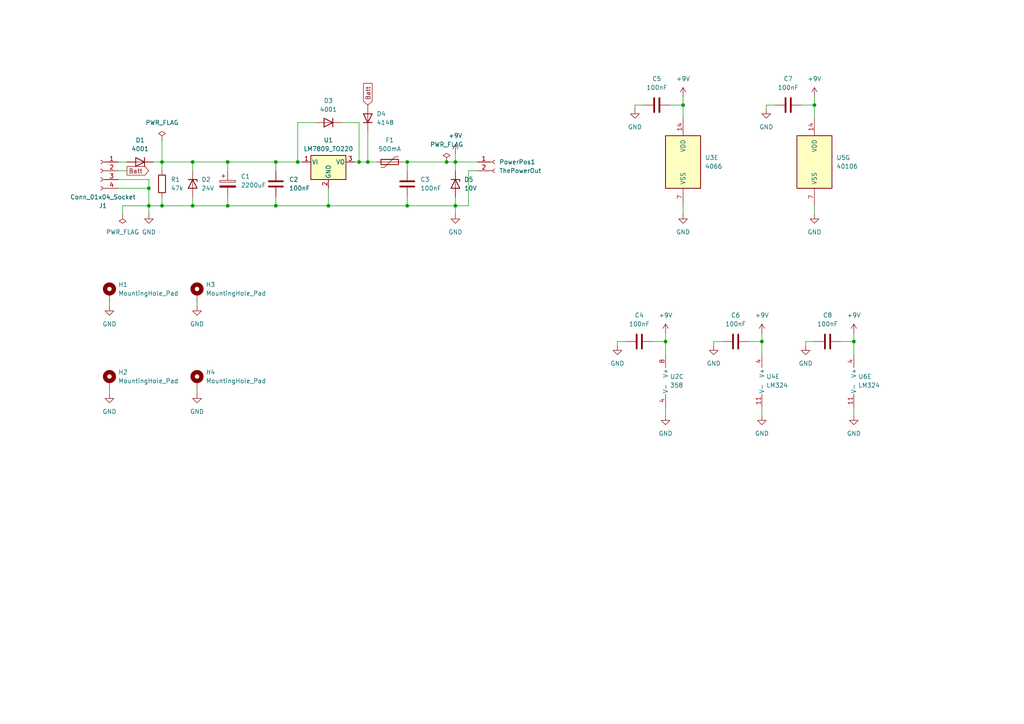
<source format=kicad_sch>
(kicad_sch (version 20250114) (generator "eeschema") (generator_version "9.0")
  (paper "A4")
  (lib_symbols
    (symbol "4xxx:40106" (pin_names (offset 1.016))
      (property "Reference" "U" (at 0 1.27 0))
      (property "Value" "40106" (at 0 -1.27 0))
      (symbol "40106_1_0"
        (polyline (pts (xy -3.81 3.81) (xy -3.81 -3.81) (xy 3.81 0) (xy -3.81 3.81)) (stroke (width 0.254)) (fill (type background)))
        (polyline (pts (xy -1.27 -1.27) (xy 0.635 -1.27) (xy 0.635 1.27) (xy 1.27 1.27)))
        (polyline (pts (xy -0.635 -1.27) (xy -0.635 1.27) (xy 0.635 1.27)))
        (pin input line (at -7.62 0 0) (length 3.81) (name "~") (number "1"))
        (pin output inverted (at 7.62 0 180) (length 3.81) (name "~") (number "2"))
      )
      (symbol "40106_2_0"
        (polyline (pts (xy -3.81 3.81) (xy -3.81 -3.81) (xy 3.81 0) (xy -3.81 3.81)) (stroke (width 0.254)) (fill (type background)))
        (polyline (pts (xy -1.27 -1.27) (xy 0.635 -1.27) (xy 0.635 1.27) (xy 1.27 1.27)))
        (polyline (pts (xy -0.635 -1.27) (xy -0.635 1.27) (xy 0.635 1.27)))
        (pin input line (at -7.62 0 0) (length 3.81) (name "~") (number "3"))
        (pin output inverted (at 7.62 0 180) (length 3.81) (name "~") (number "4"))
      )
      (symbol "40106_3_0"
        (polyline (pts (xy -3.81 3.81) (xy -3.81 -3.81) (xy 3.81 0) (xy -3.81 3.81)) (stroke (width 0.254)) (fill (type background)))
        (polyline (pts (xy -1.27 -1.27) (xy 0.635 -1.27) (xy 0.635 1.27) (xy 1.27 1.27)))
        (polyline (pts (xy -0.635 -1.27) (xy -0.635 1.27) (xy 0.635 1.27)))
        (pin input line (at -7.62 0 0) (length 3.81) (name "~") (number "5"))
        (pin output inverted (at 7.62 0 180) (length 3.81) (name "~") (number "6"))
      )
      (symbol "40106_4_0"
        (polyline (pts (xy -3.81 3.81) (xy -3.81 -3.81) (xy 3.81 0) (xy -3.81 3.81)) (stroke (width 0.254)) (fill (type background)))
        (polyline (pts (xy -1.27 -1.27) (xy 0.635 -1.27) (xy 0.635 1.27) (xy 1.27 1.27)))
        (polyline (pts (xy -0.635 -1.27) (xy -0.635 1.27) (xy 0.635 1.27)))
        (pin input line (at -7.62 0 0) (length 3.81) (name "~") (number "9"))
        (pin output inverted (at 7.62 0 180) (length 3.81) (name "~") (number "8"))
      )
      (symbol "40106_5_0"
        (polyline (pts (xy -3.81 3.81) (xy -3.81 -3.81) (xy 3.81 0) (xy -3.81 3.81)) (stroke (width 0.254)) (fill (type background)))
        (polyline (pts (xy -1.27 -1.27) (xy 0.635 -1.27) (xy 0.635 1.27) (xy 1.27 1.27)))
        (polyline (pts (xy -0.635 -1.27) (xy -0.635 1.27) (xy 0.635 1.27)))
        (pin input line (at -7.62 0 0) (length 3.81) (name "~") (number "11"))
        (pin output inverted (at 7.62 0 180) (length 3.81) (name "~") (number "10"))
      )
      (symbol "40106_6_0"
        (polyline (pts (xy -3.81 3.81) (xy -3.81 -3.81) (xy 3.81 0) (xy -3.81 3.81)) (stroke (width 0.254)) (fill (type background)))
        (polyline (pts (xy -1.27 -1.27) (xy 0.635 -1.27) (xy 0.635 1.27) (xy 1.27 1.27)))
        (polyline (pts (xy -0.635 -1.27) (xy -0.635 1.27) (xy 0.635 1.27)))
        (pin input line (at -7.62 0 0) (length 3.81) (name "~") (number "13"))
        (pin output inverted (at 7.62 0 180) (length 3.81) (name "~") (number "12"))
      )
      (symbol "40106_7_0"
        (pin power_in line (at 0 12.7 270) (length 5.08) (name "VDD") (number "14"))
        (pin power_in line (at 0 -12.7 90) (length 5.08) (name "VSS") (number "7"))
      )
      (symbol "40106_7_1"
        (rectangle (start -5.08 7.62) (end 5.08 -7.62) (stroke (width 0.254)) (fill (type background)))
      )
    )
    (symbol "4xxx:4066" (pin_names (offset 1.016))
      (property "Reference" "U" (at -7.62 8.89 0))
      (property "Value" "4066" (at -7.62 -8.89 0))
      (symbol "4066_1_0"
        (polyline (pts (xy -2.54 2.54) (xy 2.54 0) (xy -2.54 -2.54) (xy -2.54 2.54)) (fill (type background)))
        (polyline (pts (xy -2.54 0) (xy 2.54 2.54) (xy 2.54 -2.54) (xy -2.54 0)) (fill (type background)))
        (polyline (pts (xy 0 1.27) (xy 0 2.54)) (stroke (width 0.1524)))
        (pin passive line (at -7.62 0 0) (length 5.08) (name "~") (number "1"))
        (pin input line (at 0 7.62 270) (length 5.08) (name "~") (number "13"))
        (pin passive line (at 7.62 0 180) (length 5.08) (name "~") (number "2"))
      )
      (symbol "4066_2_0"
        (polyline (pts (xy -2.54 2.54) (xy 2.54 0) (xy -2.54 -2.54) (xy -2.54 2.54)) (fill (type background)))
        (polyline (pts (xy -2.54 0) (xy 2.54 2.54) (xy 2.54 -2.54) (xy -2.54 0)) (fill (type background)))
        (polyline (pts (xy 0 1.27) (xy 0 2.54)) (stroke (width 0.1524)))
        (pin passive line (at -7.62 0 0) (length 5.08) (name "~") (number "4"))
        (pin input line (at 0 7.62 270) (length 5.08) (name "~") (number "5"))
        (pin passive line (at 7.62 0 180) (length 5.08) (name "~") (number "3"))
      )
      (symbol "4066_3_0"
        (polyline (pts (xy -2.54 2.54) (xy 2.54 0) (xy -2.54 -2.54) (xy -2.54 2.54)) (fill (type background)))
        (polyline (pts (xy -2.54 0) (xy 2.54 2.54) (xy 2.54 -2.54) (xy -2.54 0)) (fill (type background)))
        (polyline (pts (xy 0 1.27) (xy 0 2.54)) (stroke (width 0.1524)))
        (pin passive line (at -7.62 0 0) (length 5.08) (name "~") (number "8"))
        (pin input line (at 0 7.62 270) (length 5.08) (name "~") (number "6"))
        (pin passive line (at 7.62 0 180) (length 5.08) (name "~") (number "9"))
      )
      (symbol "4066_4_0"
        (polyline (pts (xy -2.54 2.54) (xy 2.54 0) (xy -2.54 -2.54) (xy -2.54 2.54)) (fill (type background)))
        (polyline (pts (xy -2.54 0) (xy 2.54 2.54) (xy 2.54 -2.54) (xy -2.54 0)) (fill (type background)))
        (polyline (pts (xy 0 1.27) (xy 0 2.54)) (stroke (width 0.1524)))
        (pin passive line (at -7.62 0 0) (length 5.08) (name "~") (number "11"))
        (pin input line (at 0 7.62 270) (length 5.08) (name "~") (number "12"))
        (pin passive line (at 7.62 0 180) (length 5.08) (name "~") (number "10"))
      )
      (symbol "4066_5_0"
        (pin power_in line (at 0 12.7 270) (length 5.08) (name "VDD") (number "14"))
        (pin power_in line (at 0 -12.7 90) (length 5.08) (name "VSS") (number "7"))
      )
      (symbol "4066_5_1"
        (rectangle (start -5.08 7.62) (end 5.08 -7.62) (stroke (width 0.254)) (fill (type background)))
      )
    )
    (symbol "Amplifier_Operational:LM324" (pin_names (offset 0.127))
      (property "Reference" "U" (at 0 5.08 0))
      (property "Value" "LM324" (at 0 -5.08 0))
      (symbol "LM324_1_1"
        (polyline (pts (xy -5.08 5.08) (xy 5.08 0) (xy -5.08 -5.08) (xy -5.08 5.08)) (stroke (width 0.254)) (fill (type background)))
        (pin input line (at -7.62 2.54 0) (length 2.54) (name "+") (number "3"))
        (pin input line (at -7.62 -2.54 0) (length 2.54) (name "-") (number "2"))
        (pin output line (at 7.62 0 180) (length 2.54) (name "~") (number "1"))
      )
      (symbol "LM324_2_1"
        (polyline (pts (xy -5.08 5.08) (xy 5.08 0) (xy -5.08 -5.08) (xy -5.08 5.08)) (stroke (width 0.254)) (fill (type background)))
        (pin input line (at -7.62 2.54 0) (length 2.54) (name "+") (number "5"))
        (pin input line (at -7.62 -2.54 0) (length 2.54) (name "-") (number "6"))
        (pin output line (at 7.62 0 180) (length 2.54) (name "~") (number "7"))
      )
      (symbol "LM324_3_1"
        (polyline (pts (xy -5.08 5.08) (xy 5.08 0) (xy -5.08 -5.08) (xy -5.08 5.08)) (stroke (width 0.254)) (fill (type background)))
        (pin input line (at -7.62 2.54 0) (length 2.54) (name "+") (number "10"))
        (pin input line (at -7.62 -2.54 0) (length 2.54) (name "-") (number "9"))
        (pin output line (at 7.62 0 180) (length 2.54) (name "~") (number "8"))
      )
      (symbol "LM324_4_1"
        (polyline (pts (xy -5.08 5.08) (xy 5.08 0) (xy -5.08 -5.08) (xy -5.08 5.08)) (stroke (width 0.254)) (fill (type background)))
        (pin input line (at -7.62 2.54 0) (length 2.54) (name "+") (number "12"))
        (pin input line (at -7.62 -2.54 0) (length 2.54) (name "-") (number "13"))
        (pin output line (at 7.62 0 180) (length 2.54) (name "~") (number "14"))
      )
      (symbol "LM324_5_1"
        (pin power_in line (at -2.54 7.62 270) (length 3.81) (name "V+") (number "4"))
        (pin power_in line (at -2.54 -7.62 90) (length 3.81) (name "V-") (number "11"))
      )
    )
    (symbol "Amplifier_Operational:LM358" (pin_names (offset 0.127))
      (property "Reference" "U" (at 0 5.08 0))
      (property "Value" "LM358" (at 0 -5.08 0))
      (symbol "LM358_1_1"
        (polyline (pts (xy -5.08 5.08) (xy 5.08 0) (xy -5.08 -5.08) (xy -5.08 5.08)) (stroke (width 0.254)) (fill (type background)))
        (pin input line (at -7.62 2.54 0) (length 2.54) (name "+") (number "3"))
        (pin input line (at -7.62 -2.54 0) (length 2.54) (name "-") (number "2"))
        (pin output line (at 7.62 0 180) (length 2.54) (name "~") (number "1"))
      )
      (symbol "LM358_2_1"
        (polyline (pts (xy -5.08 5.08) (xy 5.08 0) (xy -5.08 -5.08) (xy -5.08 5.08)) (stroke (width 0.254)) (fill (type background)))
        (pin input line (at -7.62 2.54 0) (length 2.54) (name "+") (number "5"))
        (pin input line (at -7.62 -2.54 0) (length 2.54) (name "-") (number "6"))
        (pin output line (at 7.62 0 180) (length 2.54) (name "~") (number "7"))
      )
      (symbol "LM358_3_1"
        (pin power_in line (at -2.54 7.62 270) (length 3.81) (name "V+") (number "8"))
        (pin power_in line (at -2.54 -7.62 90) (length 3.81) (name "V-") (number "4"))
      )
    )
    (symbol "Connector:Conn_01x02_Socket" (pin_names (offset 1.016) (hide yes))
      (property "Reference" "J" (at 0 2.54 0))
      (property "Value" "Conn_01x02_Socket" (at 0 -5.08 0))
      (symbol "Conn_01x02_Socket_1_1"
        (polyline (pts (xy -1.27 0) (xy -0.508 0)) (stroke (width 0.1524)))
        (polyline (pts (xy -1.27 -2.54) (xy -0.508 -2.54)) (stroke (width 0.1524)))
        (arc (start 0 -0.508) (mid -0.5058 0) (end 0 0.508) (stroke (width 0.1524)))
        (arc (start 0 -3.048) (mid -0.5058 -2.54) (end 0 -2.032) (stroke (width 0.1524)))
        (pin passive line (at -5.08 0 0) (length 3.81) (name "Pin_1") (number "1"))
        (pin passive line (at -5.08 -2.54 0) (length 3.81) (name "Pin_2") (number "2"))
      )
    )
    (symbol "Connector:Conn_01x04_Socket" (pin_names (offset 1.016) (hide yes))
      (property "Reference" "J" (at 0 5.08 0))
      (property "Value" "Conn_01x04_Socket" (at 0 -7.62 0))
      (symbol "Conn_01x04_Socket_1_1"
        (polyline (pts (xy -1.27 2.54) (xy -0.508 2.54)) (stroke (width 0.1524)))
        (polyline (pts (xy -1.27 0) (xy -0.508 0)) (stroke (width 0.1524)))
        (polyline (pts (xy -1.27 -2.54) (xy -0.508 -2.54)) (stroke (width 0.1524)))
        (polyline (pts (xy -1.27 -5.08) (xy -0.508 -5.08)) (stroke (width 0.1524)))
        (arc (start 0 2.032) (mid -0.5058 2.54) (end 0 3.048) (stroke (width 0.1524)))
        (arc (start 0 -0.508) (mid -0.5058 0) (end 0 0.508) (stroke (width 0.1524)))
        (arc (start 0 -3.048) (mid -0.5058 -2.54) (end 0 -2.032) (stroke (width 0.1524)))
        (arc (start 0 -5.588) (mid -0.5058 -5.08) (end 0 -4.572) (stroke (width 0.1524)))
        (pin passive line (at -5.08 2.54 0) (length 3.81) (name "Pin_1") (number "1"))
        (pin passive line (at -5.08 0 0) (length 3.81) (name "Pin_2") (number "2"))
        (pin passive line (at -5.08 -2.54 0) (length 3.81) (name "Pin_3") (number "3"))
        (pin passive line (at -5.08 -5.08 0) (length 3.81) (name "Pin_4") (number "4"))
      )
    )
    (symbol "Device:C" (pin_numbers (hide yes)) (pin_names (offset 0.254))
      (property "Reference" "C" (at 0.635 2.54 0))
      (property "Value" "C" (at 0.635 -2.54 0))
      (symbol "C_0_1"
        (polyline (pts (xy -2.032 0.762) (xy 2.032 0.762)) (stroke (width 0.508)))
        (polyline (pts (xy -2.032 -0.762) (xy 2.032 -0.762)) (stroke (width 0.508)))
      )
      (symbol "C_1_1"
        (pin passive line (at 0 3.81 270) (length 2.794) (name "~") (number "1"))
        (pin passive line (at 0 -3.81 90) (length 2.794) (name "~") (number "2"))
      )
    )
    (symbol "Device:C_Polarized" (pin_numbers (hide yes)) (pin_names (offset 0.254))
      (property "Reference" "C" (at 0.635 2.54 0))
      (property "Value" "C_Polarized" (at 0.635 -2.54 0))
      (symbol "C_Polarized_0_1"
        (rectangle (start -2.286 0.508) (end 2.286 1.016))
        (polyline (pts (xy -1.778 2.286) (xy -0.762 2.286)))
        (polyline (pts (xy -1.27 2.794) (xy -1.27 1.778)))
        (rectangle (start 2.286 -0.508) (end -2.286 -1.016) (fill (type outline)))
      )
      (symbol "C_Polarized_1_1"
        (pin passive line (at 0 3.81 270) (length 2.794) (name "~") (number "1"))
        (pin passive line (at 0 -3.81 90) (length 2.794) (name "~") (number "2"))
      )
    )
    (symbol "Device:D_Zener" (pin_numbers (hide yes)) (pin_names (offset 1.016) (hide yes))
      (property "Reference" "D" (at 0 2.54 0))
      (property "Value" "D_Zener" (at 0 -2.54 0))
      (symbol "D_Zener_0_1"
        (polyline (pts (xy -1.27 -1.27) (xy -1.27 1.27) (xy -0.762 1.27)) (stroke (width 0.254)))
        (polyline (pts (xy 1.27 0) (xy -1.27 0)))
        (polyline (pts (xy 1.27 -1.27) (xy 1.27 1.27) (xy -1.27 0) (xy 1.27 -1.27)) (stroke (width 0.254)))
      )
      (symbol "D_Zener_1_1"
        (pin passive line (at -3.81 0 0) (length 2.54) (name "K") (number "1"))
        (pin passive line (at 3.81 0 180) (length 2.54) (name "A") (number "2"))
      )
    )
    (symbol "Device:Polyfuse" (pin_numbers (hide yes)) (pin_names (offset 0))
      (property "Reference" "F" (at -2.54 0 90))
      (property "Value" "Polyfuse" (at 2.54 0 90))
      (symbol "Polyfuse_0_1"
        (polyline (pts (xy -1.524 2.54) (xy -1.524 1.524) (xy 1.524 -1.524) (xy 1.524 -2.54)))
        (rectangle (start -0.762 2.54) (end 0.762 -2.54) (stroke (width 0.254)))
        (polyline (pts (xy 0 2.54) (xy 0 -2.54)))
      )
      (symbol "Polyfuse_1_1"
        (pin passive line (at 0 3.81 270) (length 1.27) (name "~") (number "1"))
        (pin passive line (at 0 -3.81 90) (length 1.27) (name "~") (number "2"))
      )
    )
    (symbol "Device:R" (pin_numbers (hide yes)) (pin_names (offset 0))
      (property "Reference" "R" (at 2.032 0 90))
      (property "Value" "R" (at 0 0 90))
      (symbol "R_0_1"
        (rectangle (start -1.016 -2.54) (end 1.016 2.54) (stroke (width 0.254)))
      )
      (symbol "R_1_1"
        (pin passive line (at 0 3.81 270) (length 1.27) (name "~") (number "1"))
        (pin passive line (at 0 -3.81 90) (length 1.27) (name "~") (number "2"))
      )
    )
    (symbol "Diode:1N4001" (pin_numbers (hide yes)) (pin_names (hide yes))
      (property "Reference" "D" (at 0 2.54 0))
      (property "Value" "1N4001" (at 0 -2.54 0))
      (symbol "1N4001_0_1"
        (polyline (pts (xy -1.27 1.27) (xy -1.27 -1.27)) (stroke (width 0.254)))
        (polyline (pts (xy 1.27 1.27) (xy 1.27 -1.27) (xy -1.27 0) (xy 1.27 1.27)) (stroke (width 0.254)))
        (polyline (pts (xy 1.27 0) (xy -1.27 0)))
      )
      (symbol "1N4001_1_1"
        (pin passive line (at -3.81 0 0) (length 2.54) (name "K") (number "1"))
        (pin passive line (at 3.81 0 180) (length 2.54) (name "A") (number "2"))
      )
    )
    (symbol "Diode:1N4148" (pin_numbers (hide yes)) (pin_names (hide yes))
      (property "Reference" "D" (at 0 2.54 0))
      (property "Value" "1N4148" (at 0 -2.54 0))
      (symbol "1N4148_0_1"
        (polyline (pts (xy -1.27 1.27) (xy -1.27 -1.27)) (stroke (width 0.254)))
        (polyline (pts (xy 1.27 1.27) (xy 1.27 -1.27) (xy -1.27 0) (xy 1.27 1.27)) (stroke (width 0.254)))
        (polyline (pts (xy 1.27 0) (xy -1.27 0)))
      )
      (symbol "1N4148_1_1"
        (pin passive line (at -3.81 0 0) (length 2.54) (name "K") (number "1"))
        (pin passive line (at 3.81 0 180) (length 2.54) (name "A") (number "2"))
      )
    )
    (symbol "Mechanical:MountingHole_Pad" (pin_numbers (hide yes)) (pin_names (offset 1.016) (hide yes)) (in_bom no)
      (property "Reference" "H" (at 0 6.35 0))
      (property "Value" "MountingHole_Pad" (at 0 4.445 0))
      (symbol "MountingHole_Pad_0_1"
        (circle (center 0 1.27) (radius 1.27) (stroke (width 1.27)))
      )
      (symbol "MountingHole_Pad_1_1"
        (pin input line (at 0 -2.54 90) (length 2.54) (name "1") (number "1"))
      )
    )
    (symbol "Regulator_Linear:LM7809_TO220" (pin_names (offset 0.254))
      (property "Reference" "U" (at -3.81 3.175 0))
      (property "Value" "LM7809_TO220" (at 0 3.175 0))
      (symbol "LM7809_TO220_0_1"
        (rectangle (start -5.08 1.905) (end 5.08 -5.08) (stroke (width 0.254)) (fill (type background)))
      )
      (symbol "LM7809_TO220_1_1"
        (pin power_in line (at -7.62 0 0) (length 2.54) (name "VI") (number "1"))
        (pin power_in line (at 0 -7.62 90) (length 2.54) (name "GND") (number "2"))
        (pin power_out line (at 7.62 0 180) (length 2.54) (name "VO") (number "3"))
      )
    )
    (symbol "power:+9V" (power) (pin_numbers (hide yes)) (pin_names (offset 0) (hide yes))
      (property "Value" "+9V" (at 0 3.556 0))
      (symbol "+9V_0_1"
        (polyline (pts (xy -0.762 1.27) (xy 0 2.54)))
        (polyline (pts (xy 0 2.54) (xy 0.762 1.27)))
        (polyline (pts (xy 0 0) (xy 0 2.54)))
      )
      (symbol "+9V_1_1"
        (pin power_in line (at 0 0 90) (length 0) (name "~") (number "1"))
      )
    )
    (symbol "power:GND" (power) (pin_numbers (hide yes)) (pin_names (offset 0) (hide yes))
      (property "Value" "GND" (at 0 -3.81 0))
      (symbol "GND_0_1"
        (polyline (pts (xy 0 0) (xy 0 -1.27) (xy 1.27 -1.27) (xy 0 -2.54) (xy -1.27 -1.27) (xy 0 -1.27)))
      )
      (symbol "GND_1_1"
        (pin power_in line (at 0 0 270) (length 0) (name "~") (number "1"))
      )
    )
    (symbol "power:PWR_FLAG" (power) (pin_numbers (hide yes)) (pin_names (offset 0) (hide yes))
      (property "Value" "PWR_FLAG" (at 0 3.81 0))
      (symbol "PWR_FLAG_0_0"
        (pin power_out line (at 0 0 90) (length 0) (name "~") (number "1"))
      )
      (symbol "PWR_FLAG_0_1"
        (polyline (pts (xy 0 0) (xy 0 1.27) (xy -1.016 1.905) (xy 0 2.54) (xy 1.016 1.905) (xy 0 1.27)))
      )
    )
  )
  (junction (at 129.54 46.99))
  (junction (at 95.25 59.69))
  (junction (at 66.04 59.69))
  (junction (at 80.01 46.99))
  (junction (at 198.12 30.48))
  (junction (at 220.98 99.06))
  (junction (at 46.99 59.69))
  (junction (at 132.08 59.69))
  (junction (at 118.11 46.99))
  (junction (at 55.88 46.99))
  (junction (at 46.99 46.99))
  (junction (at 132.08 46.99))
  (junction (at 193.04 99.06))
  (junction (at 247.65 99.06))
  (junction (at 106.68 46.99))
  (junction (at 80.01 59.69))
  (junction (at 66.04 46.99))
  (junction (at 43.18 59.69))
  (junction (at 55.88 59.69))
  (junction (at 43.18 54.61))
  (junction (at 236.22 30.48))
  (junction (at 118.11 59.69))
  (junction (at 104.14 46.99))
  (junction (at 86.36 46.99))
  (wire (pts (xy 224.79 30.48) (xy 222.25 30.48)))
  (wire (pts (xy 31.75 113.03) (xy 31.75 114.3)))
  (wire (pts (xy 236.22 59.69) (xy 236.22 62.23)))
  (wire (pts (xy 43.18 52.07) (xy 43.18 54.61)))
  (wire (pts (xy 46.99 57.15) (xy 46.99 59.69)))
  (wire (pts (xy 55.88 46.99) (xy 66.04 46.99)))
  (wire (pts (xy 243.84 99.06) (xy 247.65 99.06)))
  (wire (pts (xy 43.18 54.61) (xy 43.18 59.69)))
  (wire (pts (xy 236.22 30.48) (xy 236.22 34.29)))
  (wire (pts (xy 179.07 99.06) (xy 179.07 100.33)))
  (wire (pts (xy 193.04 99.06) (xy 193.04 102.87)))
  (wire (pts (xy 209.55 99.06) (xy 207.01 99.06)))
  (wire (pts (xy 80.01 59.69) (xy 95.25 59.69)))
  (wire (pts (xy 46.99 59.69) (xy 55.88 59.69)))
  (wire (pts (xy 116.84 46.99) (xy 118.11 46.99)))
  (wire (pts (xy 104.14 35.56) (xy 104.14 46.99)))
  (wire (pts (xy 207.01 99.06) (xy 207.01 100.33)))
  (wire (pts (xy 247.65 96.52) (xy 247.65 99.06)))
  (wire (pts (xy 220.98 99.06) (xy 220.98 102.87)))
  (wire (pts (xy 57.15 87.63) (xy 57.15 88.9)))
  (wire (pts (xy 198.12 59.69) (xy 198.12 62.23)))
  (wire (pts (xy 43.18 59.69) (xy 46.99 59.69)))
  (wire (pts (xy 46.99 46.99) (xy 46.99 49.53)))
  (wire (pts (xy 194.31 30.48) (xy 198.12 30.48)))
  (wire (pts (xy 118.11 46.99) (xy 118.11 49.53)))
  (wire (pts (xy 34.29 46.99) (xy 36.83 46.99)))
  (wire (pts (xy 34.29 54.61) (xy 43.18 54.61)))
  (wire (pts (xy 189.23 99.06) (xy 193.04 99.06)))
  (wire (pts (xy 184.15 30.48) (xy 184.15 31.75)))
  (wire (pts (xy 46.99 46.99) (xy 46.99 40.64)))
  (wire (pts (xy 222.25 30.48) (xy 222.25 31.75)))
  (wire (pts (xy 132.08 46.99) (xy 138.43 46.99)))
  (wire (pts (xy 220.98 118.11) (xy 220.98 120.65)))
  (wire (pts (xy 34.29 52.07) (xy 43.18 52.07)))
  (wire (pts (xy 186.69 30.48) (xy 184.15 30.48)))
  (wire (pts (xy 80.01 46.99) (xy 66.04 46.99)))
  (wire (pts (xy 138.43 49.53) (xy 135.89 49.53)))
  (wire (pts (xy 193.04 118.11) (xy 193.04 120.65)))
  (wire (pts (xy 31.75 87.63) (xy 31.75 88.9)))
  (wire (pts (xy 132.08 44.45) (xy 132.08 46.99)))
  (wire (pts (xy 80.01 57.15) (xy 80.01 59.69)))
  (wire (pts (xy 232.41 30.48) (xy 236.22 30.48)))
  (wire (pts (xy 35.56 59.69) (xy 35.56 62.23)))
  (wire (pts (xy 44.45 46.99) (xy 46.99 46.99)))
  (wire (pts (xy 118.11 59.69) (xy 132.08 59.69)))
  (wire (pts (xy 135.89 49.53) (xy 135.89 59.69)))
  (wire (pts (xy 34.29 49.53) (xy 36.83 49.53)))
  (wire (pts (xy 118.11 46.99) (xy 129.54 46.99)))
  (wire (pts (xy 193.04 96.52) (xy 193.04 99.06)))
  (wire (pts (xy 236.22 27.94) (xy 236.22 30.48)))
  (wire (pts (xy 198.12 30.48) (xy 198.12 34.29)))
  (wire (pts (xy 86.36 46.99) (xy 80.01 46.99)))
  (wire (pts (xy 129.54 46.99) (xy 132.08 46.99)))
  (wire (pts (xy 181.61 99.06) (xy 179.07 99.06)))
  (wire (pts (xy 102.87 46.99) (xy 104.14 46.99)))
  (wire (pts (xy 87.63 46.99) (xy 86.36 46.99)))
  (wire (pts (xy 106.68 38.1) (xy 106.68 46.99)))
  (wire (pts (xy 66.04 57.15) (xy 66.04 59.69)))
  (wire (pts (xy 118.11 57.15) (xy 118.11 59.69)))
  (wire (pts (xy 86.36 35.56) (xy 91.44 35.56)))
  (wire (pts (xy 198.12 27.94) (xy 198.12 30.48)))
  (wire (pts (xy 55.88 57.15) (xy 55.88 59.69)))
  (wire (pts (xy 43.18 59.69) (xy 35.56 59.69)))
  (wire (pts (xy 104.14 46.99) (xy 106.68 46.99)))
  (wire (pts (xy 95.25 54.61) (xy 95.25 59.69)))
  (wire (pts (xy 57.15 113.03) (xy 57.15 114.3)))
  (wire (pts (xy 66.04 59.69) (xy 80.01 59.69)))
  (wire (pts (xy 46.99 46.99) (xy 55.88 46.99)))
  (wire (pts (xy 236.22 99.06) (xy 233.68 99.06)))
  (wire (pts (xy 132.08 59.69) (xy 132.08 62.23)))
  (wire (pts (xy 132.08 57.15) (xy 132.08 59.69)))
  (wire (pts (xy 86.36 46.99) (xy 86.36 35.56)))
  (wire (pts (xy 106.68 46.99) (xy 109.22 46.99)))
  (wire (pts (xy 80.01 46.99) (xy 80.01 49.53)))
  (wire (pts (xy 43.18 59.69) (xy 43.18 62.23)))
  (wire (pts (xy 135.89 59.69) (xy 132.08 59.69)))
  (wire (pts (xy 132.08 46.99) (xy 132.08 49.53)))
  (wire (pts (xy 99.06 35.56) (xy 104.14 35.56)))
  (wire (pts (xy 247.65 99.06) (xy 247.65 102.87)))
  (wire (pts (xy 233.68 99.06) (xy 233.68 100.33)))
  (wire (pts (xy 95.25 59.69) (xy 118.11 59.69)))
  (wire (pts (xy 220.98 96.52) (xy 220.98 99.06)))
  (wire (pts (xy 217.17 99.06) (xy 220.98 99.06)))
  (wire (pts (xy 55.88 59.69) (xy 66.04 59.69)))
  (wire (pts (xy 55.88 46.99) (xy 55.88 49.53)))
  (wire (pts (xy 66.04 46.99) (xy 66.04 49.53)))
  (wire (pts (xy 247.65 118.11) (xy 247.65 120.65)))
  (global_label "Batt" (shape input) (at 106.68 30.48 90) (property "Intersheetrefs" "${INTERSHEET_REFS}" (effects (hide yes))))
  (global_label "Batt" (shape output) (at 36.83 49.53 0) (property "Intersheetrefs" "${INTERSHEET_REFS}" (effects (hide yes))))
  (symbol (lib_id "Device:Polyfuse") (at 113.03 46.99 90) (unit 1)
    (property "Reference" "F1" (at 113.03 40.64 90))
    (property "Value" "500mA" (at 113.03 43.18 90))
    (property "Footprint" "Fuse:Fuse_Bourns_MF-RG500" (effects (hide yes)))
    (property "Description" "Resettable fuse, polymeric positive temperature coefficient" (effects (hide yes)))
  )
  (symbol (lib_id "power:PWR_FLAG") (at 129.54 46.99 0) (unit 1)
    (property "Reference" "#FLG03" (effects (hide yes)))
    (property "Value" "PWR_FLAG" (at 129.54 41.91 0))
    (property "Description" "Special symbol for telling ERC where power comes from" (effects (hide yes)))
  )
  (symbol (lib_id "Device:D_Zener") (at 132.08 53.34 270) (unit 1)
    (property "Reference" "D5" (at 134.62 52.0699 90) (effects (justify left)))
    (property "Value" "10V" (at 134.62 54.6099 90) (effects (justify left)))
    (property "Footprint" "diy-nabra:doz3" (effects (hide yes)))
    (property "Description" "Zener diode" (effects (hide yes)))
  )
  (symbol (lib_id "Diode:1N4001") (at 95.25 35.56 180) (unit 1)
    (property "Reference" "D3" (at 95.25 29.21 0))
    (property "Value" "4001" (at 95.25 31.75 0))
    (property "Footprint" "diy-nabra:do3" (effects (hide yes)))
    (property "Sim.Device" "D" (effects (hide yes)))
    (property "Sim.Pins" "1=K 2=A" (effects (hide yes)))
  )
  (symbol (lib_id "Connector:Conn_01x04_Socket") (at 29.21 49.53 0) (mirror y) (unit 1)
    (property "Reference" "J1" (at 29.845 59.69 0))
    (property "Value" "Conn_01x04_Socket" (at 29.845 57.15 0))
    (property "Footprint" "diy-nabra:powern" (effects (hide yes)))
    (property "Description" "Generic connector, single row, 01x04, script generated" (effects (hide yes)))
  )
  (symbol (lib_id "power:+9V") (at 193.04 96.52 0) (unit 1)
    (property "Reference" "#PWR010" (effects (hide yes)))
    (property "Value" "+9V" (at 193.04 91.44 0))
    (property "Description" "Power symbol creates a global label with name \"+9V\"" (effects (hide yes)))
  )
  (symbol (lib_id "Mechanical:MountingHole_Pad") (at 31.75 110.49 0) (unit 1) (exclude_from_sim yes) (in_bom no)
    (property "Reference" "H2" (at 34.29 107.9499 0) (effects (justify left)))
    (property "Value" "MountingHole_Pad" (at 34.29 110.4899 0) (effects (justify left)))
    (property "Footprint" "MountingHole:MountingHole_3.2mm_M3_ISO7380_Pad" (effects (hide yes)))
    (property "Description" "Mounting Hole with connection" (effects (hide yes)))
  )
  (symbol (lib_id "Diode:1N4148") (at 106.68 34.29 90) (unit 1)
    (property "Reference" "D4" (at 109.22 33.0199 90) (effects (justify right)))
    (property "Value" "4148" (at 109.22 35.5599 90) (effects (justify right)))
    (property "Footprint" "diy-nabra:do3" (effects (hide yes)))
    (property "Sim.Device" "D" (effects (hide yes)))
    (property "Sim.Pins" "1=K 2=A" (effects (hide yes)))
  )
  (symbol (lib_id "power:GND") (at 247.65 120.65 0) (unit 1)
    (property "Reference" "#PWR022" (effects (hide yes)))
    (property "Value" "GND" (at 247.65 125.73 0))
    (property "Description" "Power symbol creates a global label with name \"GND\" , ground" (effects (hide yes)))
  )
  (symbol (lib_id "Amplifier_Operational:LM324") (at 250.19 110.49 0) (unit 5)
    (property "Reference" "U6" (at 248.92 109.2199 0) (effects (justify left)))
    (property "Value" "LM324" (at 248.92 111.7599 0) (effects (justify left)))
    (property "Footprint" "diy-nabra:dip14" (effects (hide yes)))
    (property "Datasheet" "http://www.ti.com/lit/ds/symlink/lm2902-n.pdf" (effects (hide yes)))
    (property "Description" "Low-Power, Quad-Operational Amplifiers, DIP-14/SOIC-14/SSOP-14" (effects (hide yes)))
  )
  (symbol (lib_id "Device:C") (at 240.03 99.06 90) (unit 1)
    (property "Reference" "C8" (at 240.03 91.44 90))
    (property "Value" "100nF" (at 240.03 93.98 90))
    (property "Footprint" "diy-nabra:cpoly104_small" (effects (hide yes)))
    (property "Description" "Unpolarized capacitor" (effects (hide yes)))
  )
  (symbol (lib_id "Mechanical:MountingHole_Pad") (at 57.15 110.49 0) (unit 1) (exclude_from_sim yes) (in_bom no)
    (property "Reference" "H4" (at 59.69 107.9499 0) (effects (justify left)))
    (property "Value" "MountingHole_Pad" (at 59.69 110.4899 0) (effects (justify left)))
    (property "Footprint" "MountingHole:MountingHole_3.2mm_M3_ISO7380_Pad" (effects (hide yes)))
    (property "Description" "Mounting Hole with connection" (effects (hide yes)))
  )
  (symbol (lib_id "Diode:1N4001") (at 40.64 46.99 180) (unit 1)
    (property "Reference" "D1" (at 40.64 40.64 0))
    (property "Value" "4001" (at 40.64 43.18 0))
    (property "Footprint" "diy-nabra:do3" (effects (hide yes)))
    (property "Sim.Device" "D" (effects (hide yes)))
    (property "Sim.Pins" "1=K 2=A" (effects (hide yes)))
  )
  (symbol (lib_id "Amplifier_Operational:LM324") (at 223.52 110.49 0) (unit 5)
    (property "Reference" "U4" (at 222.25 109.2199 0) (effects (justify left)))
    (property "Value" "LM324" (at 222.25 111.7599 0) (effects (justify left)))
    (property "Footprint" "diy-nabra:dip14" (effects (hide yes)))
    (property "Datasheet" "http://www.ti.com/lit/ds/symlink/lm2902-n.pdf" (effects (hide yes)))
    (property "Description" "Low-Power, Quad-Operational Amplifiers, DIP-14/SOIC-14/SSOP-14" (effects (hide yes)))
  )
  (symbol (lib_id "power:GND") (at 198.12 62.23 0) (unit 1)
    (property "Reference" "#PWR013" (effects (hide yes)))
    (property "Value" "GND" (at 198.12 67.31 0))
    (property "Description" "Power symbol creates a global label with name \"GND\" , ground" (effects (hide yes)))
  )
  (symbol (lib_id "Mechanical:MountingHole_Pad") (at 31.75 85.09 0) (unit 1) (exclude_from_sim yes) (in_bom no)
    (property "Reference" "H1" (at 34.29 82.5499 0) (effects (justify left)))
    (property "Value" "MountingHole_Pad" (at 34.29 85.0899 0) (effects (justify left)))
    (property "Footprint" "MountingHole:MountingHole_3.2mm_M3_ISO7380_Pad" (effects (hide yes)))
    (property "Description" "Mounting Hole with connection" (effects (hide yes)))
  )
  (symbol (lib_id "power:GND") (at 184.15 31.75 0) (unit 1)
    (property "Reference" "#PWR09" (effects (hide yes)))
    (property "Value" "GND" (at 184.15 36.83 0))
    (property "Description" "Power symbol creates a global label with name \"GND\" , ground" (effects (hide yes)))
  )
  (symbol (lib_id "power:GND") (at 207.01 100.33 0) (unit 1)
    (property "Reference" "#PWR014" (effects (hide yes)))
    (property "Value" "GND" (at 207.01 105.41 0))
    (property "Description" "Power symbol creates a global label with name \"GND\" , ground" (effects (hide yes)))
  )
  (symbol (lib_id "Mechanical:MountingHole_Pad") (at 57.15 85.09 0) (unit 1) (exclude_from_sim yes) (in_bom no)
    (property "Reference" "H3" (at 59.69 82.5499 0) (effects (justify left)))
    (property "Value" "MountingHole_Pad" (at 59.69 85.0899 0) (effects (justify left)))
    (property "Footprint" "MountingHole:MountingHole_3.2mm_M3_ISO7380_Pad" (effects (hide yes)))
    (property "Description" "Mounting Hole with connection" (effects (hide yes)))
  )
  (symbol (lib_id "Device:C") (at 118.11 53.34 0) (unit 1)
    (property "Reference" "C3" (at 121.92 52.0699 0) (effects (justify left)))
    (property "Value" "100nF" (at 121.92 54.6099 0) (effects (justify left)))
    (property "Footprint" "diy-nabra:cpoly104_small" (effects (hide yes)))
    (property "Description" "Unpolarized capacitor" (effects (hide yes)))
  )
  (symbol (lib_id "power:GND") (at 233.68 100.33 0) (unit 1)
    (property "Reference" "#PWR018" (effects (hide yes)))
    (property "Value" "GND" (at 233.68 105.41 0))
    (property "Description" "Power symbol creates a global label with name \"GND\" , ground" (effects (hide yes)))
  )
  (symbol (lib_id "Device:C_Polarized") (at 66.04 53.34 0) (unit 1)
    (property "Reference" "C1" (at 69.85 51.1809 0) (effects (justify left)))
    (property "Value" "2200uF" (at 69.85 53.7209 0) (effects (justify left)))
    (property "Footprint" "diy-nabra:cel2" (effects (hide yes)))
    (property "Description" "Polarized capacitor" (effects (hide yes)))
  )
  (symbol (lib_id "4xxx:4066") (at 198.12 46.99 0) (unit 5)
    (property "Reference" "U3" (at 204.47 45.7199 0) (effects (justify left)))
    (property "Value" "4066" (at 204.47 48.2599 0) (effects (justify left)))
    (property "Footprint" "diy-nabra:dip14" (effects (hide yes)))
    (property "Datasheet" "http://www.ti.com/lit/ds/symlink/cd4066b.pdf" (effects (hide yes)))
    (property "Description" "Quad Analog Switches" (effects (hide yes)))
  )
  (symbol (lib_id "power:GND") (at 31.75 114.3 0) (unit 1)
    (property "Reference" "#PWR02" (effects (hide yes)))
    (property "Value" "GND" (at 31.75 119.38 0))
    (property "Description" "Power symbol creates a global label with name \"GND\" , ground" (effects (hide yes)))
  )
  (symbol (lib_id "power:GND") (at 179.07 100.33 0) (unit 1)
    (property "Reference" "#PWR08" (effects (hide yes)))
    (property "Value" "GND" (at 179.07 105.41 0))
    (property "Description" "Power symbol creates a global label with name \"GND\" , ground" (effects (hide yes)))
  )
  (symbol (lib_id "Device:C") (at 80.01 53.34 0) (unit 1)
    (property "Reference" "C2" (at 83.82 52.0699 0) (effects (justify left)))
    (property "Value" "100nF" (at 83.82 54.6099 0) (effects (justify left)))
    (property "Footprint" "diy-nabra:cpoly104_small" (effects (hide yes)))
    (property "Description" "Unpolarized capacitor" (effects (hide yes)))
  )
  (symbol (lib_id "power:+9V") (at 220.98 96.52 0) (unit 1)
    (property "Reference" "#PWR015" (effects (hide yes)))
    (property "Value" "+9V" (at 220.98 91.44 0))
    (property "Description" "Power symbol creates a global label with name \"+9V\"" (effects (hide yes)))
  )
  (symbol (lib_id "Connector:Conn_01x02_Socket") (at 143.51 46.99 0) (unit 1)
    (property "Reference" "PowerPos1" (at 144.78 46.9899 0) (effects (justify left)))
    (property "Value" "ThePowerOut" (at 144.78 49.5299 0) (effects (justify left)))
    (property "Footprint" "Connector_PinSocket_2.54mm:PinSocket_1x02_P2.54mm_Vertical" (effects (hide yes)))
    (property "Description" "Generic connector, single row, 01x02, script generated" (effects (hide yes)))
  )
  (symbol (lib_id "power:GND") (at 220.98 120.65 0) (unit 1)
    (property "Reference" "#PWR016" (effects (hide yes)))
    (property "Value" "GND" (at 220.98 125.73 0))
    (property "Description" "Power symbol creates a global label with name \"GND\" , ground" (effects (hide yes)))
  )
  (symbol (lib_id "power:GND") (at 236.22 62.23 0) (unit 1)
    (property "Reference" "#PWR020" (effects (hide yes)))
    (property "Value" "GND" (at 236.22 67.31 0))
    (property "Description" "Power symbol creates a global label with name \"GND\" , ground" (effects (hide yes)))
  )
  (symbol (lib_id "Device:D_Zener") (at 55.88 53.34 270) (unit 1)
    (property "Reference" "D2" (at 58.42 52.0699 90) (effects (justify left)))
    (property "Value" "24V" (at 58.42 54.6099 90) (effects (justify left)))
    (property "Footprint" "diy-nabra:doz3" (effects (hide yes)))
    (property "Description" "Zener diode" (effects (hide yes)))
  )
  (symbol (lib_id "power:GND") (at 31.75 88.9 0) (unit 1)
    (property "Reference" "#PWR01" (effects (hide yes)))
    (property "Value" "GND" (at 31.75 93.98 0))
    (property "Description" "Power symbol creates a global label with name \"GND\" , ground" (effects (hide yes)))
  )
  (symbol (lib_id "Device:C") (at 228.6 30.48 90) (unit 1)
    (property "Reference" "C7" (at 228.6 22.86 90))
    (property "Value" "100nF" (at 228.6 25.4 90))
    (property "Footprint" "diy-nabra:cpoly104_small" (effects (hide yes)))
    (property "Description" "Unpolarized capacitor" (effects (hide yes)))
  )
  (symbol (lib_id "Device:R") (at 46.99 53.34 0) (unit 1)
    (property "Reference" "R1" (at 49.53 52.0699 0) (effects (justify left)))
    (property "Value" "47k" (at 49.53 54.6099 0) (effects (justify left)))
    (property "Footprint" "diy-nabra:r3" (effects (hide yes)))
    (property "Description" "Resistor" (effects (hide yes)))
  )
  (symbol (lib_id "power:PWR_FLAG") (at 35.56 62.23 180) (unit 1)
    (property "Reference" "#FLG01" (effects (hide yes)))
    (property "Value" "PWR_FLAG" (at 35.56 67.31 0))
    (property "Description" "Special symbol for telling ERC where power comes from" (effects (hide yes)))
  )
  (symbol (lib_id "power:+9V") (at 247.65 96.52 0) (unit 1)
    (property "Reference" "#PWR021" (effects (hide yes)))
    (property "Value" "+9V" (at 247.65 91.44 0))
    (property "Description" "Power symbol creates a global label with name \"+9V\"" (effects (hide yes)))
  )
  (symbol (lib_id "4xxx:40106") (at 236.22 46.99 0) (unit 7)
    (property "Reference" "U5" (at 242.57 45.7199 0) (effects (justify left)))
    (property "Value" "40106" (at 242.57 48.2599 0) (effects (justify left)))
    (property "Footprint" "diy-nabra:dip14" (effects (hide yes)))
    (property "Datasheet" "https://assets.nexperia.com/documents/data-sheet/HEF40106B.pdf" (effects (hide yes)))
    (property "Description" "Hex Schmitt trigger inverter" (effects (hide yes)))
  )
  (symbol (lib_id "power:GND") (at 57.15 114.3 0) (unit 1)
    (property "Reference" "#PWR05" (effects (hide yes)))
    (property "Value" "GND" (at 57.15 119.38 0))
    (property "Description" "Power symbol creates a global label with name \"GND\" , ground" (effects (hide yes)))
  )
  (symbol (lib_id "Amplifier_Operational:LM358") (at 195.58 110.49 0) (unit 3)
    (property "Reference" "U2" (at 194.31 109.2199 0) (effects (justify left)))
    (property "Value" "358" (at 194.31 111.7599 0) (effects (justify left)))
    (property "Footprint" "diy-nabra:dip8" (effects (hide yes)))
    (property "Datasheet" "http://www.ti.com/lit/ds/symlink/lm2904-n.pdf" (effects (hide yes)))
    (property "Description" "Low-Power, Dual Operational Amplifiers, DIP-8/SOIC-8/TO-99-8" (effects (hide yes)))
  )
  (symbol (lib_id "Device:C") (at 213.36 99.06 90) (unit 1)
    (property "Reference" "C6" (at 213.36 91.44 90))
    (property "Value" "100nF" (at 213.36 93.98 90))
    (property "Footprint" "diy-nabra:cpoly104_small" (effects (hide yes)))
    (property "Description" "Unpolarized capacitor" (effects (hide yes)))
  )
  (symbol (lib_id "power:GND") (at 57.15 88.9 0) (unit 1)
    (property "Reference" "#PWR04" (effects (hide yes)))
    (property "Value" "GND" (at 57.15 93.98 0))
    (property "Description" "Power symbol creates a global label with name \"GND\" , ground" (effects (hide yes)))
  )
  (symbol (lib_id "power:+9V") (at 132.08 44.45 0) (unit 1)
    (property "Reference" "#PWR06" (effects (hide yes)))
    (property "Value" "+9V" (at 132.08 39.37 0))
    (property "Description" "Power symbol creates a global label with name \"+9V\"" (effects (hide yes)))
  )
  (symbol (lib_id "power:GND") (at 222.25 31.75 0) (unit 1)
    (property "Reference" "#PWR017" (effects (hide yes)))
    (property "Value" "GND" (at 222.25 36.83 0))
    (property "Description" "Power symbol creates a global label with name \"GND\" , ground" (effects (hide yes)))
  )
  (symbol (lib_id "power:+9V") (at 198.12 27.94 0) (unit 1)
    (property "Reference" "#PWR012" (effects (hide yes)))
    (property "Value" "+9V" (at 198.12 22.86 0))
    (property "Description" "Power symbol creates a global label with name \"+9V\"" (effects (hide yes)))
  )
  (symbol (lib_id "power:+9V") (at 236.22 27.94 0) (unit 1)
    (property "Reference" "#PWR019" (effects (hide yes)))
    (property "Value" "+9V" (at 236.22 22.86 0))
    (property "Description" "Power symbol creates a global label with name \"+9V\"" (effects (hide yes)))
  )
  (symbol (lib_id "power:GND") (at 193.04 120.65 0) (unit 1)
    (property "Reference" "#PWR011" (effects (hide yes)))
    (property "Value" "GND" (at 193.04 125.73 0))
    (property "Description" "Power symbol creates a global label with name \"GND\" , ground" (effects (hide yes)))
  )
  (symbol (lib_id "Device:C") (at 190.5 30.48 90) (unit 1)
    (property "Reference" "C5" (at 190.5 22.86 90))
    (property "Value" "100nF" (at 190.5 25.4 90))
    (property "Footprint" "diy-nabra:cpoly104_small" (effects (hide yes)))
    (property "Description" "Unpolarized capacitor" (effects (hide yes)))
  )
  (symbol (lib_id "Device:C") (at 185.42 99.06 90) (unit 1)
    (property "Reference" "C4" (at 185.42 91.44 90))
    (property "Value" "100nF" (at 185.42 93.98 90))
    (property "Footprint" "diy-nabra:cpoly104_small" (effects (hide yes)))
    (property "Description" "Unpolarized capacitor" (effects (hide yes)))
  )
  (symbol (lib_id "power:GND") (at 43.18 62.23 0) (unit 1)
    (property "Reference" "#PWR03" (effects (hide yes)))
    (property "Value" "GND" (at 43.18 67.31 0))
    (property "Description" "Power symbol creates a global label with name \"GND\" , ground" (effects (hide yes)))
  )
  (symbol (lib_id "Regulator_Linear:LM7809_TO220") (at 95.25 46.99 0) (unit 1)
    (property "Reference" "U1" (at 95.25 40.64 0))
    (property "Value" "LM7809_TO220" (at 95.25 43.18 0))
    (property "Footprint" "Package_TO_SOT_THT:TO-220F-3_Horizontal_TabDown" (effects (hide yes)))
  )
  (symbol (lib_id "power:PWR_FLAG") (at 46.99 40.64 0) (unit 1)
    (property "Reference" "#FLG02" (effects (hide yes)))
    (property "Value" "PWR_FLAG" (at 46.99 35.56 0))
    (property "Description" "Special symbol for telling ERC where power comes from" (effects (hide yes)))
  )
  (symbol (lib_id "power:GND") (at 132.08 62.23 0) (unit 1)
    (property "Reference" "#PWR07" (effects (hide yes)))
    (property "Value" "GND" (at 132.08 67.31 0))
    (property "Description" "Power symbol creates a global label with name \"GND\" , ground" (effects (hide yes)))
  )
)
</source>
